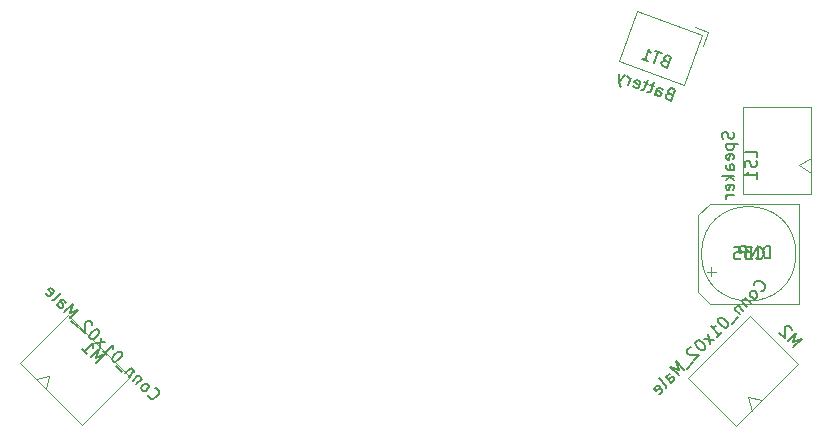
<source format=gbr>
%TF.GenerationSoftware,KiCad,Pcbnew,7.0.1*%
%TF.CreationDate,2023-08-08T22:15:58+07:00*%
%TF.ProjectId,BL706 Robot,424c3730-3620-4526-9f62-6f742e6b6963,rev?*%
%TF.SameCoordinates,Original*%
%TF.FileFunction,AssemblyDrawing,Bot*%
%FSLAX46Y46*%
G04 Gerber Fmt 4.6, Leading zero omitted, Abs format (unit mm)*
G04 Created by KiCad (PCBNEW 7.0.1) date 2023-08-08 22:15:58*
%MOMM*%
%LPD*%
G01*
G04 APERTURE LIST*
%ADD10C,0.150000*%
%ADD11C,0.100000*%
G04 APERTURE END LIST*
D10*
%TO.C,C35*%
X230185713Y-130142619D02*
X230185713Y-129142619D01*
X230185713Y-129142619D02*
X229947618Y-129142619D01*
X229947618Y-129142619D02*
X229804761Y-129190238D01*
X229804761Y-129190238D02*
X229709523Y-129285476D01*
X229709523Y-129285476D02*
X229661904Y-129380714D01*
X229661904Y-129380714D02*
X229614285Y-129571190D01*
X229614285Y-129571190D02*
X229614285Y-129714047D01*
X229614285Y-129714047D02*
X229661904Y-129904523D01*
X229661904Y-129904523D02*
X229709523Y-129999761D01*
X229709523Y-129999761D02*
X229804761Y-130095000D01*
X229804761Y-130095000D02*
X229947618Y-130142619D01*
X229947618Y-130142619D02*
X230185713Y-130142619D01*
X229185713Y-130142619D02*
X229185713Y-129142619D01*
X229185713Y-129142619D02*
X228614285Y-130142619D01*
X228614285Y-130142619D02*
X228614285Y-129142619D01*
X228138094Y-130142619D02*
X228138094Y-129142619D01*
X228138094Y-129142619D02*
X227757142Y-129142619D01*
X227757142Y-129142619D02*
X227661904Y-129190238D01*
X227661904Y-129190238D02*
X227614285Y-129237857D01*
X227614285Y-129237857D02*
X227566666Y-129333095D01*
X227566666Y-129333095D02*
X227566666Y-129475952D01*
X227566666Y-129475952D02*
X227614285Y-129571190D01*
X227614285Y-129571190D02*
X227661904Y-129618809D01*
X227661904Y-129618809D02*
X227757142Y-129666428D01*
X227757142Y-129666428D02*
X228138094Y-129666428D01*
X229042857Y-130147380D02*
X229090476Y-130195000D01*
X229090476Y-130195000D02*
X229233333Y-130242619D01*
X229233333Y-130242619D02*
X229328571Y-130242619D01*
X229328571Y-130242619D02*
X229471428Y-130195000D01*
X229471428Y-130195000D02*
X229566666Y-130099761D01*
X229566666Y-130099761D02*
X229614285Y-130004523D01*
X229614285Y-130004523D02*
X229661904Y-129814047D01*
X229661904Y-129814047D02*
X229661904Y-129671190D01*
X229661904Y-129671190D02*
X229614285Y-129480714D01*
X229614285Y-129480714D02*
X229566666Y-129385476D01*
X229566666Y-129385476D02*
X229471428Y-129290238D01*
X229471428Y-129290238D02*
X229328571Y-129242619D01*
X229328571Y-129242619D02*
X229233333Y-129242619D01*
X229233333Y-129242619D02*
X229090476Y-129290238D01*
X229090476Y-129290238D02*
X229042857Y-129337857D01*
X228709523Y-129242619D02*
X228090476Y-129242619D01*
X228090476Y-129242619D02*
X228423809Y-129623571D01*
X228423809Y-129623571D02*
X228280952Y-129623571D01*
X228280952Y-129623571D02*
X228185714Y-129671190D01*
X228185714Y-129671190D02*
X228138095Y-129718809D01*
X228138095Y-129718809D02*
X228090476Y-129814047D01*
X228090476Y-129814047D02*
X228090476Y-130052142D01*
X228090476Y-130052142D02*
X228138095Y-130147380D01*
X228138095Y-130147380D02*
X228185714Y-130195000D01*
X228185714Y-130195000D02*
X228280952Y-130242619D01*
X228280952Y-130242619D02*
X228566666Y-130242619D01*
X228566666Y-130242619D02*
X228661904Y-130195000D01*
X228661904Y-130195000D02*
X228709523Y-130147380D01*
X227185714Y-129242619D02*
X227661904Y-129242619D01*
X227661904Y-129242619D02*
X227709523Y-129718809D01*
X227709523Y-129718809D02*
X227661904Y-129671190D01*
X227661904Y-129671190D02*
X227566666Y-129623571D01*
X227566666Y-129623571D02*
X227328571Y-129623571D01*
X227328571Y-129623571D02*
X227233333Y-129671190D01*
X227233333Y-129671190D02*
X227185714Y-129718809D01*
X227185714Y-129718809D02*
X227138095Y-129814047D01*
X227138095Y-129814047D02*
X227138095Y-130052142D01*
X227138095Y-130052142D02*
X227185714Y-130147380D01*
X227185714Y-130147380D02*
X227233333Y-130195000D01*
X227233333Y-130195000D02*
X227328571Y-130242619D01*
X227328571Y-130242619D02*
X227566666Y-130242619D01*
X227566666Y-130242619D02*
X227661904Y-130195000D01*
X227661904Y-130195000D02*
X227709523Y-130147380D01*
%TO.C,LS1*%
X227115000Y-119488095D02*
X227162619Y-119630952D01*
X227162619Y-119630952D02*
X227162619Y-119869047D01*
X227162619Y-119869047D02*
X227115000Y-119964285D01*
X227115000Y-119964285D02*
X227067380Y-120011904D01*
X227067380Y-120011904D02*
X226972142Y-120059523D01*
X226972142Y-120059523D02*
X226876904Y-120059523D01*
X226876904Y-120059523D02*
X226781666Y-120011904D01*
X226781666Y-120011904D02*
X226734047Y-119964285D01*
X226734047Y-119964285D02*
X226686428Y-119869047D01*
X226686428Y-119869047D02*
X226638809Y-119678571D01*
X226638809Y-119678571D02*
X226591190Y-119583333D01*
X226591190Y-119583333D02*
X226543571Y-119535714D01*
X226543571Y-119535714D02*
X226448333Y-119488095D01*
X226448333Y-119488095D02*
X226353095Y-119488095D01*
X226353095Y-119488095D02*
X226257857Y-119535714D01*
X226257857Y-119535714D02*
X226210238Y-119583333D01*
X226210238Y-119583333D02*
X226162619Y-119678571D01*
X226162619Y-119678571D02*
X226162619Y-119916666D01*
X226162619Y-119916666D02*
X226210238Y-120059523D01*
X226495952Y-120488095D02*
X227495952Y-120488095D01*
X226543571Y-120488095D02*
X226495952Y-120583333D01*
X226495952Y-120583333D02*
X226495952Y-120773809D01*
X226495952Y-120773809D02*
X226543571Y-120869047D01*
X226543571Y-120869047D02*
X226591190Y-120916666D01*
X226591190Y-120916666D02*
X226686428Y-120964285D01*
X226686428Y-120964285D02*
X226972142Y-120964285D01*
X226972142Y-120964285D02*
X227067380Y-120916666D01*
X227067380Y-120916666D02*
X227115000Y-120869047D01*
X227115000Y-120869047D02*
X227162619Y-120773809D01*
X227162619Y-120773809D02*
X227162619Y-120583333D01*
X227162619Y-120583333D02*
X227115000Y-120488095D01*
X227115000Y-121773809D02*
X227162619Y-121678571D01*
X227162619Y-121678571D02*
X227162619Y-121488095D01*
X227162619Y-121488095D02*
X227115000Y-121392857D01*
X227115000Y-121392857D02*
X227019761Y-121345238D01*
X227019761Y-121345238D02*
X226638809Y-121345238D01*
X226638809Y-121345238D02*
X226543571Y-121392857D01*
X226543571Y-121392857D02*
X226495952Y-121488095D01*
X226495952Y-121488095D02*
X226495952Y-121678571D01*
X226495952Y-121678571D02*
X226543571Y-121773809D01*
X226543571Y-121773809D02*
X226638809Y-121821428D01*
X226638809Y-121821428D02*
X226734047Y-121821428D01*
X226734047Y-121821428D02*
X226829285Y-121345238D01*
X227162619Y-122678571D02*
X226638809Y-122678571D01*
X226638809Y-122678571D02*
X226543571Y-122630952D01*
X226543571Y-122630952D02*
X226495952Y-122535714D01*
X226495952Y-122535714D02*
X226495952Y-122345238D01*
X226495952Y-122345238D02*
X226543571Y-122250000D01*
X227115000Y-122678571D02*
X227162619Y-122583333D01*
X227162619Y-122583333D02*
X227162619Y-122345238D01*
X227162619Y-122345238D02*
X227115000Y-122250000D01*
X227115000Y-122250000D02*
X227019761Y-122202381D01*
X227019761Y-122202381D02*
X226924523Y-122202381D01*
X226924523Y-122202381D02*
X226829285Y-122250000D01*
X226829285Y-122250000D02*
X226781666Y-122345238D01*
X226781666Y-122345238D02*
X226781666Y-122583333D01*
X226781666Y-122583333D02*
X226734047Y-122678571D01*
X227162619Y-123154762D02*
X226162619Y-123154762D01*
X226781666Y-123250000D02*
X227162619Y-123535714D01*
X226495952Y-123535714D02*
X226876904Y-123154762D01*
X227115000Y-124345238D02*
X227162619Y-124250000D01*
X227162619Y-124250000D02*
X227162619Y-124059524D01*
X227162619Y-124059524D02*
X227115000Y-123964286D01*
X227115000Y-123964286D02*
X227019761Y-123916667D01*
X227019761Y-123916667D02*
X226638809Y-123916667D01*
X226638809Y-123916667D02*
X226543571Y-123964286D01*
X226543571Y-123964286D02*
X226495952Y-124059524D01*
X226495952Y-124059524D02*
X226495952Y-124250000D01*
X226495952Y-124250000D02*
X226543571Y-124345238D01*
X226543571Y-124345238D02*
X226638809Y-124392857D01*
X226638809Y-124392857D02*
X226734047Y-124392857D01*
X226734047Y-124392857D02*
X226829285Y-123916667D01*
X227162619Y-124821429D02*
X226495952Y-124821429D01*
X226686428Y-124821429D02*
X226591190Y-124869048D01*
X226591190Y-124869048D02*
X226543571Y-124916667D01*
X226543571Y-124916667D02*
X226495952Y-125011905D01*
X226495952Y-125011905D02*
X226495952Y-125107143D01*
X229062619Y-121607142D02*
X229062619Y-121130952D01*
X229062619Y-121130952D02*
X228062619Y-121130952D01*
X229015000Y-121892857D02*
X229062619Y-122035714D01*
X229062619Y-122035714D02*
X229062619Y-122273809D01*
X229062619Y-122273809D02*
X229015000Y-122369047D01*
X229015000Y-122369047D02*
X228967380Y-122416666D01*
X228967380Y-122416666D02*
X228872142Y-122464285D01*
X228872142Y-122464285D02*
X228776904Y-122464285D01*
X228776904Y-122464285D02*
X228681666Y-122416666D01*
X228681666Y-122416666D02*
X228634047Y-122369047D01*
X228634047Y-122369047D02*
X228586428Y-122273809D01*
X228586428Y-122273809D02*
X228538809Y-122083333D01*
X228538809Y-122083333D02*
X228491190Y-121988095D01*
X228491190Y-121988095D02*
X228443571Y-121940476D01*
X228443571Y-121940476D02*
X228348333Y-121892857D01*
X228348333Y-121892857D02*
X228253095Y-121892857D01*
X228253095Y-121892857D02*
X228157857Y-121940476D01*
X228157857Y-121940476D02*
X228110238Y-121988095D01*
X228110238Y-121988095D02*
X228062619Y-122083333D01*
X228062619Y-122083333D02*
X228062619Y-122321428D01*
X228062619Y-122321428D02*
X228110238Y-122464285D01*
X229062619Y-123416666D02*
X229062619Y-122845238D01*
X229062619Y-123130952D02*
X228062619Y-123130952D01*
X228062619Y-123130952D02*
X228205476Y-123035714D01*
X228205476Y-123035714D02*
X228300714Y-122940476D01*
X228300714Y-122940476D02*
X228348333Y-122845238D01*
%TO.C,BT1*%
X221709662Y-116217720D02*
X221559133Y-116213607D01*
X221559133Y-116213607D02*
X221498099Y-116242068D01*
X221498099Y-116242068D02*
X221420779Y-116315276D01*
X221420779Y-116315276D02*
X221371919Y-116449517D01*
X221371919Y-116449517D02*
X221384093Y-116555299D01*
X221384093Y-116555299D02*
X221412553Y-116616333D01*
X221412553Y-116616333D02*
X221485761Y-116693653D01*
X221485761Y-116693653D02*
X221843739Y-116823947D01*
X221843739Y-116823947D02*
X222185759Y-115884254D01*
X222185759Y-115884254D02*
X221872529Y-115770247D01*
X221872529Y-115770247D02*
X221766747Y-115782421D01*
X221766747Y-115782421D02*
X221705713Y-115810882D01*
X221705713Y-115810882D02*
X221628393Y-115884090D01*
X221628393Y-115884090D02*
X221595819Y-115973584D01*
X221595819Y-115973584D02*
X221607993Y-116079365D01*
X221607993Y-116079365D02*
X221636454Y-116140399D01*
X221636454Y-116140399D02*
X221709662Y-116217720D01*
X221709662Y-116217720D02*
X222022893Y-116331727D01*
X220501321Y-116335346D02*
X220680475Y-115843126D01*
X220680475Y-115843126D02*
X220757795Y-115769918D01*
X220757795Y-115769918D02*
X220863576Y-115757745D01*
X220863576Y-115757745D02*
X221042566Y-115822891D01*
X221042566Y-115822891D02*
X221115773Y-115900212D01*
X220517608Y-116290599D02*
X220590816Y-116367920D01*
X220590816Y-116367920D02*
X220814552Y-116449353D01*
X220814552Y-116449353D02*
X220920333Y-116437179D01*
X220920333Y-116437179D02*
X220997654Y-116363971D01*
X220997654Y-116363971D02*
X221030227Y-116274477D01*
X221030227Y-116274477D02*
X221018053Y-116168695D01*
X221018053Y-116168695D02*
X220944846Y-116091375D01*
X220944846Y-116091375D02*
X220721109Y-116009942D01*
X220721109Y-116009942D02*
X220647901Y-115932621D01*
X220416104Y-115594878D02*
X220058126Y-115464584D01*
X220395869Y-115232787D02*
X220102709Y-116038238D01*
X220102709Y-116038238D02*
X220025388Y-116111446D01*
X220025388Y-116111446D02*
X219919607Y-116123620D01*
X219919607Y-116123620D02*
X219830112Y-116091046D01*
X219879136Y-115399438D02*
X219521158Y-115269144D01*
X219858901Y-115037347D02*
X219565741Y-115842798D01*
X219565741Y-115842798D02*
X219488420Y-115916005D01*
X219488420Y-115916005D02*
X219382639Y-115928179D01*
X219382639Y-115928179D02*
X219293145Y-115895606D01*
X218638222Y-115606558D02*
X218711430Y-115683879D01*
X218711430Y-115683879D02*
X218890419Y-115749026D01*
X218890419Y-115749026D02*
X218996200Y-115736852D01*
X218996200Y-115736852D02*
X219073521Y-115663644D01*
X219073521Y-115663644D02*
X219203814Y-115305666D01*
X219203814Y-115305666D02*
X219191640Y-115199885D01*
X219191640Y-115199885D02*
X219118432Y-115122564D01*
X219118432Y-115122564D02*
X218939443Y-115057417D01*
X218939443Y-115057417D02*
X218833662Y-115069591D01*
X218833662Y-115069591D02*
X218756341Y-115142799D01*
X218756341Y-115142799D02*
X218723768Y-115232294D01*
X218723768Y-115232294D02*
X219138667Y-115484655D01*
X218174462Y-115488439D02*
X218402476Y-114861977D01*
X218337329Y-115040966D02*
X218325155Y-114935185D01*
X218325155Y-114935185D02*
X218296695Y-114874151D01*
X218296695Y-114874151D02*
X218223487Y-114796830D01*
X218223487Y-114796830D02*
X218133992Y-114764257D01*
X217910255Y-114682824D02*
X217458506Y-115227852D01*
X217462783Y-114519957D02*
X217458506Y-115227852D01*
X217458506Y-115227852D02*
X217466567Y-115484162D01*
X217466567Y-115484162D02*
X217495027Y-115545196D01*
X217495027Y-115545196D02*
X217568235Y-115622516D01*
X221356535Y-113428748D02*
X221206006Y-113424636D01*
X221206006Y-113424636D02*
X221144973Y-113453096D01*
X221144973Y-113453096D02*
X221067652Y-113526304D01*
X221067652Y-113526304D02*
X221018792Y-113660546D01*
X221018792Y-113660546D02*
X221030966Y-113766327D01*
X221030966Y-113766327D02*
X221059426Y-113827361D01*
X221059426Y-113827361D02*
X221132634Y-113904682D01*
X221132634Y-113904682D02*
X221490612Y-114034975D01*
X221490612Y-114034975D02*
X221832633Y-113095282D01*
X221832633Y-113095282D02*
X221519402Y-112981276D01*
X221519402Y-112981276D02*
X221413620Y-112993450D01*
X221413620Y-112993450D02*
X221352587Y-113021910D01*
X221352587Y-113021910D02*
X221275266Y-113095118D01*
X221275266Y-113095118D02*
X221242693Y-113184613D01*
X221242693Y-113184613D02*
X221254866Y-113290394D01*
X221254866Y-113290394D02*
X221283327Y-113351428D01*
X221283327Y-113351428D02*
X221356535Y-113428748D01*
X221356535Y-113428748D02*
X221669766Y-113542755D01*
X221027182Y-112802122D02*
X220490215Y-112606682D01*
X220416678Y-113644095D02*
X220758698Y-112704402D01*
X219342743Y-113253215D02*
X219879711Y-113448655D01*
X219611227Y-113350935D02*
X219953247Y-112411242D01*
X219953247Y-112411242D02*
X219993882Y-112578057D01*
X219993882Y-112578057D02*
X220050803Y-112700125D01*
X220050803Y-112700125D02*
X220124011Y-112777446D01*
%TO.C,M1*%
X177568134Y-141713678D02*
X177568134Y-141781022D01*
X177568134Y-141781022D02*
X177635478Y-141915709D01*
X177635478Y-141915709D02*
X177702821Y-141983052D01*
X177702821Y-141983052D02*
X177837508Y-142050396D01*
X177837508Y-142050396D02*
X177972195Y-142050396D01*
X177972195Y-142050396D02*
X178073210Y-142016724D01*
X178073210Y-142016724D02*
X178241569Y-141915709D01*
X178241569Y-141915709D02*
X178342584Y-141814693D01*
X178342584Y-141814693D02*
X178443600Y-141646335D01*
X178443600Y-141646335D02*
X178477271Y-141545319D01*
X178477271Y-141545319D02*
X178477271Y-141410632D01*
X178477271Y-141410632D02*
X178409928Y-141275945D01*
X178409928Y-141275945D02*
X178342584Y-141208602D01*
X178342584Y-141208602D02*
X178207897Y-141141258D01*
X178207897Y-141141258D02*
X178140554Y-141141258D01*
X177096730Y-141376961D02*
X177197745Y-141410632D01*
X177197745Y-141410632D02*
X177265088Y-141410632D01*
X177265088Y-141410632D02*
X177366104Y-141376961D01*
X177366104Y-141376961D02*
X177568134Y-141174930D01*
X177568134Y-141174930D02*
X177601806Y-141073915D01*
X177601806Y-141073915D02*
X177601806Y-141006571D01*
X177601806Y-141006571D02*
X177568134Y-140905556D01*
X177568134Y-140905556D02*
X177467119Y-140804541D01*
X177467119Y-140804541D02*
X177366104Y-140770869D01*
X177366104Y-140770869D02*
X177298760Y-140770869D01*
X177298760Y-140770869D02*
X177197745Y-140804541D01*
X177197745Y-140804541D02*
X176995714Y-141006571D01*
X176995714Y-141006571D02*
X176962043Y-141107587D01*
X176962043Y-141107587D02*
X176962043Y-141174930D01*
X176962043Y-141174930D02*
X176995714Y-141275945D01*
X176995714Y-141275945D02*
X177096730Y-141376961D01*
X177029386Y-140366808D02*
X176557981Y-140838213D01*
X176962043Y-140434152D02*
X176962043Y-140366808D01*
X176962043Y-140366808D02*
X176928371Y-140265793D01*
X176928371Y-140265793D02*
X176827356Y-140164778D01*
X176827356Y-140164778D02*
X176726340Y-140131106D01*
X176726340Y-140131106D02*
X176625325Y-140164778D01*
X176625325Y-140164778D02*
X176254936Y-140535167D01*
X176389623Y-139727045D02*
X175918218Y-140198449D01*
X176322279Y-139794388D02*
X176322279Y-139727045D01*
X176322279Y-139727045D02*
X176288607Y-139626029D01*
X176288607Y-139626029D02*
X176187592Y-139525014D01*
X176187592Y-139525014D02*
X176086577Y-139491342D01*
X176086577Y-139491342D02*
X175985562Y-139525014D01*
X175985562Y-139525014D02*
X175615172Y-139895404D01*
X175379470Y-139794388D02*
X174840722Y-139255640D01*
X175312126Y-138178144D02*
X175244783Y-138110800D01*
X175244783Y-138110800D02*
X175143768Y-138077129D01*
X175143768Y-138077129D02*
X175076424Y-138077129D01*
X175076424Y-138077129D02*
X174975409Y-138110800D01*
X174975409Y-138110800D02*
X174807050Y-138211816D01*
X174807050Y-138211816D02*
X174638691Y-138380174D01*
X174638691Y-138380174D02*
X174537676Y-138548533D01*
X174537676Y-138548533D02*
X174504004Y-138649548D01*
X174504004Y-138649548D02*
X174504004Y-138716892D01*
X174504004Y-138716892D02*
X174537676Y-138817907D01*
X174537676Y-138817907D02*
X174605020Y-138885251D01*
X174605020Y-138885251D02*
X174706035Y-138918922D01*
X174706035Y-138918922D02*
X174773378Y-138918922D01*
X174773378Y-138918922D02*
X174874394Y-138885251D01*
X174874394Y-138885251D02*
X175042752Y-138784235D01*
X175042752Y-138784235D02*
X175211111Y-138615877D01*
X175211111Y-138615877D02*
X175312126Y-138447518D01*
X175312126Y-138447518D02*
X175345798Y-138346503D01*
X175345798Y-138346503D02*
X175345798Y-138279159D01*
X175345798Y-138279159D02*
X175312126Y-138178144D01*
X173695882Y-137976113D02*
X174099943Y-138380174D01*
X173897913Y-138178144D02*
X174605020Y-137471037D01*
X174605020Y-137471037D02*
X174571348Y-137639396D01*
X174571348Y-137639396D02*
X174571348Y-137774083D01*
X174571348Y-137774083D02*
X174605020Y-137875098D01*
X173460180Y-137740411D02*
X173561195Y-136898617D01*
X173931585Y-137269007D02*
X173089791Y-137370022D01*
X173392836Y-136258854D02*
X173325493Y-136191510D01*
X173325493Y-136191510D02*
X173224478Y-136157839D01*
X173224478Y-136157839D02*
X173157134Y-136157839D01*
X173157134Y-136157839D02*
X173056119Y-136191510D01*
X173056119Y-136191510D02*
X172887760Y-136292526D01*
X172887760Y-136292526D02*
X172719401Y-136460884D01*
X172719401Y-136460884D02*
X172618386Y-136629243D01*
X172618386Y-136629243D02*
X172584714Y-136730258D01*
X172584714Y-136730258D02*
X172584714Y-136797602D01*
X172584714Y-136797602D02*
X172618386Y-136898617D01*
X172618386Y-136898617D02*
X172685730Y-136965961D01*
X172685730Y-136965961D02*
X172786745Y-136999632D01*
X172786745Y-136999632D02*
X172854088Y-136999632D01*
X172854088Y-136999632D02*
X172955104Y-136965961D01*
X172955104Y-136965961D02*
X173123462Y-136864945D01*
X173123462Y-136864945D02*
X173291821Y-136696587D01*
X173291821Y-136696587D02*
X173392836Y-136528228D01*
X173392836Y-136528228D02*
X173426508Y-136427213D01*
X173426508Y-136427213D02*
X173426508Y-136359869D01*
X173426508Y-136359869D02*
X173392836Y-136258854D01*
X172820417Y-135821121D02*
X172820417Y-135753778D01*
X172820417Y-135753778D02*
X172786745Y-135652762D01*
X172786745Y-135652762D02*
X172618386Y-135484404D01*
X172618386Y-135484404D02*
X172517371Y-135450732D01*
X172517371Y-135450732D02*
X172450027Y-135450732D01*
X172450027Y-135450732D02*
X172349012Y-135484404D01*
X172349012Y-135484404D02*
X172281669Y-135551747D01*
X172281669Y-135551747D02*
X172214325Y-135686434D01*
X172214325Y-135686434D02*
X172214325Y-136494556D01*
X172214325Y-136494556D02*
X171776592Y-136056823D01*
X171574562Y-135989480D02*
X171035814Y-135450732D01*
X170934798Y-135215029D02*
X171641905Y-134507923D01*
X171641905Y-134507923D02*
X170901126Y-134777297D01*
X170901126Y-134777297D02*
X171170501Y-134036518D01*
X171170501Y-134036518D02*
X170463394Y-134743625D01*
X169823631Y-134103862D02*
X170194020Y-133733472D01*
X170194020Y-133733472D02*
X170295035Y-133699801D01*
X170295035Y-133699801D02*
X170396050Y-133733472D01*
X170396050Y-133733472D02*
X170530737Y-133868159D01*
X170530737Y-133868159D02*
X170564409Y-133969175D01*
X169857302Y-134070190D02*
X169890974Y-134171205D01*
X169890974Y-134171205D02*
X170059333Y-134339564D01*
X170059333Y-134339564D02*
X170160348Y-134373236D01*
X170160348Y-134373236D02*
X170261363Y-134339564D01*
X170261363Y-134339564D02*
X170328707Y-134272220D01*
X170328707Y-134272220D02*
X170362379Y-134171205D01*
X170362379Y-134171205D02*
X170328707Y-134070190D01*
X170328707Y-134070190D02*
X170160348Y-133901831D01*
X170160348Y-133901831D02*
X170126676Y-133800816D01*
X169385898Y-133666129D02*
X169486913Y-133699801D01*
X169486913Y-133699801D02*
X169587928Y-133666129D01*
X169587928Y-133666129D02*
X170194020Y-133060037D01*
X168880821Y-133093709D02*
X168914493Y-133194724D01*
X168914493Y-133194724D02*
X169049180Y-133329411D01*
X169049180Y-133329411D02*
X169150195Y-133363083D01*
X169150195Y-133363083D02*
X169251210Y-133329411D01*
X169251210Y-133329411D02*
X169520584Y-133060037D01*
X169520584Y-133060037D02*
X169554256Y-132959022D01*
X169554256Y-132959022D02*
X169520584Y-132858006D01*
X169520584Y-132858006D02*
X169385897Y-132723319D01*
X169385897Y-132723319D02*
X169284882Y-132689648D01*
X169284882Y-132689648D02*
X169183867Y-132723319D01*
X169183867Y-132723319D02*
X169116523Y-132790663D01*
X169116523Y-132790663D02*
X169385897Y-133194724D01*
X173170603Y-139006468D02*
X173877710Y-138299362D01*
X173877710Y-138299362D02*
X173136931Y-138568736D01*
X173136931Y-138568736D02*
X173406305Y-137827957D01*
X173406305Y-137827957D02*
X172699199Y-138535064D01*
X171992092Y-137827957D02*
X172396153Y-138232018D01*
X172194122Y-138029988D02*
X172901229Y-137322881D01*
X172901229Y-137322881D02*
X172867558Y-137491240D01*
X172867558Y-137491240D02*
X172867558Y-137625927D01*
X172867558Y-137625927D02*
X172901229Y-137726942D01*
%TO.C,M2*%
X229443107Y-132963527D02*
X229510451Y-132963527D01*
X229510451Y-132963527D02*
X229645138Y-132896183D01*
X229645138Y-132896183D02*
X229712481Y-132828840D01*
X229712481Y-132828840D02*
X229779825Y-132694153D01*
X229779825Y-132694153D02*
X229779825Y-132559466D01*
X229779825Y-132559466D02*
X229746153Y-132458451D01*
X229746153Y-132458451D02*
X229645138Y-132290092D01*
X229645138Y-132290092D02*
X229544122Y-132189077D01*
X229544122Y-132189077D02*
X229375764Y-132088061D01*
X229375764Y-132088061D02*
X229274748Y-132054390D01*
X229274748Y-132054390D02*
X229140061Y-132054390D01*
X229140061Y-132054390D02*
X229005374Y-132121733D01*
X229005374Y-132121733D02*
X228938031Y-132189077D01*
X228938031Y-132189077D02*
X228870687Y-132323764D01*
X228870687Y-132323764D02*
X228870687Y-132391107D01*
X229106390Y-133434931D02*
X229140061Y-133333916D01*
X229140061Y-133333916D02*
X229140061Y-133266573D01*
X229140061Y-133266573D02*
X229106390Y-133165557D01*
X229106390Y-133165557D02*
X228904359Y-132963527D01*
X228904359Y-132963527D02*
X228803344Y-132929855D01*
X228803344Y-132929855D02*
X228736000Y-132929855D01*
X228736000Y-132929855D02*
X228634985Y-132963527D01*
X228634985Y-132963527D02*
X228533970Y-133064542D01*
X228533970Y-133064542D02*
X228500298Y-133165557D01*
X228500298Y-133165557D02*
X228500298Y-133232901D01*
X228500298Y-133232901D02*
X228533970Y-133333916D01*
X228533970Y-133333916D02*
X228736000Y-133535947D01*
X228736000Y-133535947D02*
X228837016Y-133569618D01*
X228837016Y-133569618D02*
X228904359Y-133569618D01*
X228904359Y-133569618D02*
X229005374Y-133535947D01*
X229005374Y-133535947D02*
X229106390Y-133434931D01*
X228096237Y-133502275D02*
X228567642Y-133973680D01*
X228163581Y-133569618D02*
X228096237Y-133569618D01*
X228096237Y-133569618D02*
X227995222Y-133603290D01*
X227995222Y-133603290D02*
X227894207Y-133704305D01*
X227894207Y-133704305D02*
X227860535Y-133805321D01*
X227860535Y-133805321D02*
X227894207Y-133906336D01*
X227894207Y-133906336D02*
X228264596Y-134276725D01*
X227456474Y-134142038D02*
X227927878Y-134613443D01*
X227523817Y-134209382D02*
X227456474Y-134209382D01*
X227456474Y-134209382D02*
X227355458Y-134243054D01*
X227355458Y-134243054D02*
X227254443Y-134344069D01*
X227254443Y-134344069D02*
X227220771Y-134445084D01*
X227220771Y-134445084D02*
X227254443Y-134546099D01*
X227254443Y-134546099D02*
X227624833Y-134916489D01*
X227523817Y-135152191D02*
X226985069Y-135690939D01*
X225907573Y-135219535D02*
X225840229Y-135286878D01*
X225840229Y-135286878D02*
X225806558Y-135387893D01*
X225806558Y-135387893D02*
X225806558Y-135455237D01*
X225806558Y-135455237D02*
X225840229Y-135556252D01*
X225840229Y-135556252D02*
X225941245Y-135724611D01*
X225941245Y-135724611D02*
X226109603Y-135892970D01*
X226109603Y-135892970D02*
X226277962Y-135993985D01*
X226277962Y-135993985D02*
X226378977Y-136027657D01*
X226378977Y-136027657D02*
X226446321Y-136027657D01*
X226446321Y-136027657D02*
X226547336Y-135993985D01*
X226547336Y-135993985D02*
X226614680Y-135926641D01*
X226614680Y-135926641D02*
X226648351Y-135825626D01*
X226648351Y-135825626D02*
X226648351Y-135758283D01*
X226648351Y-135758283D02*
X226614680Y-135657267D01*
X226614680Y-135657267D02*
X226513664Y-135488909D01*
X226513664Y-135488909D02*
X226345306Y-135320550D01*
X226345306Y-135320550D02*
X226176947Y-135219535D01*
X226176947Y-135219535D02*
X226075932Y-135185863D01*
X226075932Y-135185863D02*
X226008588Y-135185863D01*
X226008588Y-135185863D02*
X225907573Y-135219535D01*
X225705542Y-136835779D02*
X226109603Y-136431718D01*
X225907573Y-136633748D02*
X225200466Y-135926641D01*
X225200466Y-135926641D02*
X225368825Y-135960313D01*
X225368825Y-135960313D02*
X225503512Y-135960313D01*
X225503512Y-135960313D02*
X225604527Y-135926641D01*
X225469840Y-137071481D02*
X224628046Y-136970466D01*
X224998436Y-136600076D02*
X225099451Y-137441870D01*
X223988283Y-137138825D02*
X223920939Y-137206168D01*
X223920939Y-137206168D02*
X223887268Y-137307183D01*
X223887268Y-137307183D02*
X223887268Y-137374527D01*
X223887268Y-137374527D02*
X223920939Y-137475542D01*
X223920939Y-137475542D02*
X224021955Y-137643901D01*
X224021955Y-137643901D02*
X224190313Y-137812260D01*
X224190313Y-137812260D02*
X224358672Y-137913275D01*
X224358672Y-137913275D02*
X224459687Y-137946947D01*
X224459687Y-137946947D02*
X224527031Y-137946947D01*
X224527031Y-137946947D02*
X224628046Y-137913275D01*
X224628046Y-137913275D02*
X224695390Y-137845931D01*
X224695390Y-137845931D02*
X224729061Y-137744916D01*
X224729061Y-137744916D02*
X224729061Y-137677573D01*
X224729061Y-137677573D02*
X224695390Y-137576557D01*
X224695390Y-137576557D02*
X224594374Y-137408199D01*
X224594374Y-137408199D02*
X224426016Y-137239840D01*
X224426016Y-137239840D02*
X224257657Y-137138825D01*
X224257657Y-137138825D02*
X224156642Y-137105153D01*
X224156642Y-137105153D02*
X224089298Y-137105153D01*
X224089298Y-137105153D02*
X223988283Y-137138825D01*
X223550550Y-137711244D02*
X223483207Y-137711244D01*
X223483207Y-137711244D02*
X223382191Y-137744916D01*
X223382191Y-137744916D02*
X223213833Y-137913275D01*
X223213833Y-137913275D02*
X223180161Y-138014290D01*
X223180161Y-138014290D02*
X223180161Y-138081634D01*
X223180161Y-138081634D02*
X223213833Y-138182649D01*
X223213833Y-138182649D02*
X223281176Y-138249992D01*
X223281176Y-138249992D02*
X223415863Y-138317336D01*
X223415863Y-138317336D02*
X224223985Y-138317336D01*
X224223985Y-138317336D02*
X223786252Y-138755069D01*
X223718909Y-138957099D02*
X223180161Y-139495847D01*
X222944458Y-139596863D02*
X222237352Y-138889756D01*
X222237352Y-138889756D02*
X222506726Y-139630535D01*
X222506726Y-139630535D02*
X221765947Y-139361160D01*
X221765947Y-139361160D02*
X222473054Y-140068267D01*
X221833291Y-140708030D02*
X221462901Y-140337641D01*
X221462901Y-140337641D02*
X221429230Y-140236626D01*
X221429230Y-140236626D02*
X221462901Y-140135611D01*
X221462901Y-140135611D02*
X221597588Y-140000924D01*
X221597588Y-140000924D02*
X221698604Y-139967252D01*
X221799619Y-140674359D02*
X221900634Y-140640687D01*
X221900634Y-140640687D02*
X222068993Y-140472328D01*
X222068993Y-140472328D02*
X222102665Y-140371313D01*
X222102665Y-140371313D02*
X222068993Y-140270298D01*
X222068993Y-140270298D02*
X222001649Y-140202954D01*
X222001649Y-140202954D02*
X221900634Y-140169282D01*
X221900634Y-140169282D02*
X221799619Y-140202954D01*
X221799619Y-140202954D02*
X221631260Y-140371313D01*
X221631260Y-140371313D02*
X221530245Y-140404985D01*
X221395558Y-141145763D02*
X221429230Y-141044748D01*
X221429230Y-141044748D02*
X221395558Y-140943733D01*
X221395558Y-140943733D02*
X220789466Y-140337641D01*
X220823138Y-141650840D02*
X220924153Y-141617168D01*
X220924153Y-141617168D02*
X221058840Y-141482481D01*
X221058840Y-141482481D02*
X221092512Y-141381466D01*
X221092512Y-141381466D02*
X221058840Y-141280451D01*
X221058840Y-141280451D02*
X220789466Y-141011077D01*
X220789466Y-141011077D02*
X220688451Y-140977405D01*
X220688451Y-140977405D02*
X220587435Y-141011077D01*
X220587435Y-141011077D02*
X220452748Y-141145764D01*
X220452748Y-141145764D02*
X220419077Y-141246779D01*
X220419077Y-141246779D02*
X220452748Y-141347794D01*
X220452748Y-141347794D02*
X220520092Y-141415138D01*
X220520092Y-141415138D02*
X220924153Y-141145764D01*
X232180452Y-137675047D02*
X232887559Y-136967941D01*
X232887559Y-136967941D02*
X232146780Y-137237315D01*
X232146780Y-137237315D02*
X232416154Y-136496536D01*
X232416154Y-136496536D02*
X231709048Y-137203643D01*
X232045765Y-136260834D02*
X232045765Y-136193490D01*
X232045765Y-136193490D02*
X232012094Y-136092475D01*
X232012094Y-136092475D02*
X231843735Y-135924116D01*
X231843735Y-135924116D02*
X231742720Y-135890445D01*
X231742720Y-135890445D02*
X231675376Y-135890445D01*
X231675376Y-135890445D02*
X231574361Y-135924116D01*
X231574361Y-135924116D02*
X231507017Y-135991460D01*
X231507017Y-135991460D02*
X231439674Y-136126147D01*
X231439674Y-136126147D02*
X231439674Y-136934269D01*
X231439674Y-136934269D02*
X231001941Y-136496536D01*
D11*
%TO.C,C35*%
X224150000Y-126530000D02*
X225150000Y-125530000D01*
X224150000Y-133030000D02*
X224150000Y-126530000D01*
X224150000Y-133030000D02*
X225150000Y-134030000D01*
X224837722Y-131280000D02*
X225637722Y-131280000D01*
X225150000Y-125530000D02*
X232650000Y-125530000D01*
X225150000Y-134030000D02*
X232650000Y-134030000D01*
X225237722Y-131680000D02*
X225237722Y-130880000D01*
X232650000Y-134030000D02*
X232650000Y-125530000D01*
X232400000Y-129780000D02*
G75*
G03*
X232400000Y-129780000I-4000000J0D01*
G01*
%TO.C,LS1*%
X227900000Y-124750000D02*
X227900000Y-117350000D01*
X233650000Y-124750000D02*
X227900000Y-124750000D01*
X233650000Y-122925000D02*
X232650000Y-122300000D01*
X232650000Y-122300000D02*
X233650000Y-121675000D01*
X227900000Y-117350000D02*
X233650000Y-117350000D01*
X233650000Y-117350000D02*
X233650000Y-124750000D01*
%TO.C,BT1*%
X224989337Y-110974416D02*
X224561812Y-112149032D01*
X222924744Y-115448079D02*
X217380558Y-113430160D01*
X224463835Y-111219462D02*
X222924744Y-115448079D01*
X223814721Y-110546891D02*
X224989337Y-110974416D01*
X217380558Y-113430160D02*
X218919648Y-109201543D01*
X218919648Y-109201543D02*
X224463835Y-111219462D01*
%TO.C,M1*%
X170803984Y-134995658D02*
X176036575Y-140228249D01*
X166738120Y-139061522D02*
X170803984Y-134995658D01*
X168028590Y-140351992D02*
X169177639Y-140086827D01*
X169177639Y-140086827D02*
X168912474Y-141235876D01*
X176036575Y-140228249D02*
X171970711Y-144294113D01*
X171970711Y-144294113D02*
X166738120Y-139061522D01*
%TO.C,M2*%
X223290773Y-140293364D02*
X228523364Y-135060773D01*
X227356637Y-144359228D02*
X223290773Y-140293364D01*
X228647107Y-143068758D02*
X228381942Y-141919709D01*
X228381942Y-141919709D02*
X229530991Y-142184874D01*
X228523364Y-135060773D02*
X232589228Y-139126637D01*
X232589228Y-139126637D02*
X227356637Y-144359228D01*
%TD*%
M02*

</source>
